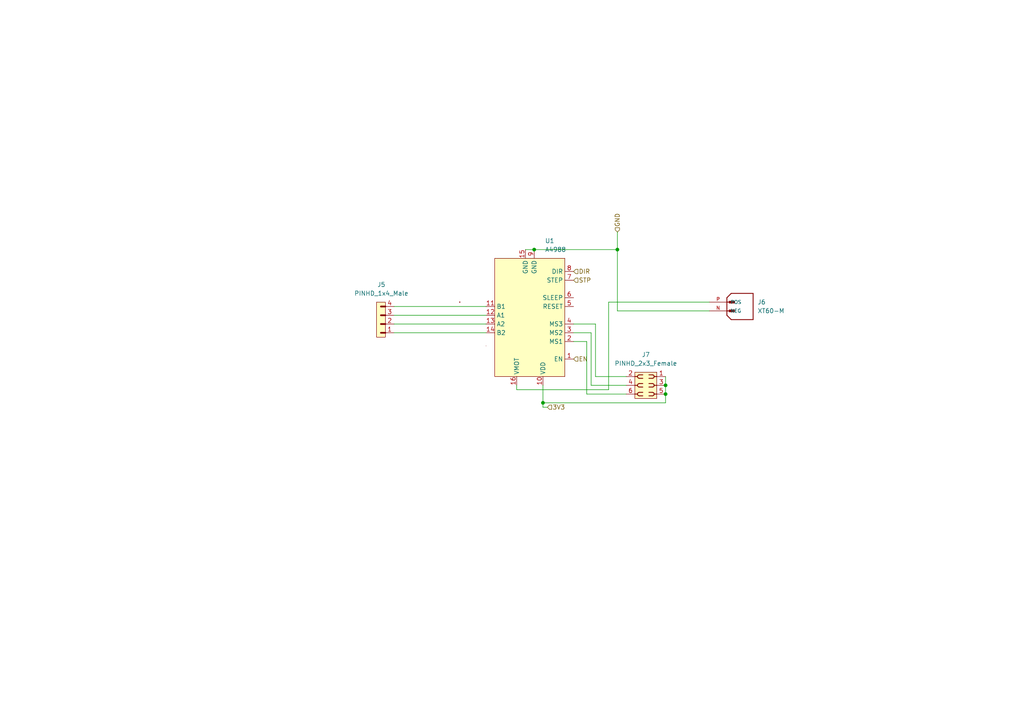
<source format=kicad_sch>
(kicad_sch (version 20250114) (generator "eeschema") (generator_version "9.0")
  (paper "A4")
  (lib_symbols
    (symbol "PCM_SL_Breakout_Boards:A4988"
      (property "Reference" "U" (at -11.43 22.86 0))
      (property "Value" "A4988" (at -11.43 20.32 0))
      (symbol "A4988_0_1"
        (rectangle (start -10.16 16.51) (end 10.16 -17.78) (fill (type background)))
        (rectangle (start 12.7 7.62) (end 12.7 7.62))
        (rectangle (start 20.32 -5.08) (end 20.32 -5.08))
        (circle (center 20.32 -5.08) (radius 0.0001))
        (circle (center 20.32 -5.08) (radius 0.0001))
      )
      (symbol "A4988_1_1"
        (pin bidirectional line (at -12.7 11.43 0) (length 2.54) (name "EN") (number "1"))
        (pin bidirectional line (at -12.7 6.35 0) (length 2.54) (name "MS1") (number "2"))
        (pin bidirectional line (at -12.7 3.81 0) (length 2.54) (name "MS2") (number "3"))
        (pin bidirectional line (at -12.7 1.27 0) (length 2.54) (name "MS3") (number "4"))
        (pin bidirectional line (at -12.7 -3.81 0) (length 2.54) (name "RESET") (number "5"))
        (pin bidirectional line (at -12.7 -6.35 0) (length 2.54) (name "SLEEP") (number "6"))
        (pin bidirectional line (at -12.7 -11.43 0) (length 2.54) (name "STEP") (number "7"))
        (pin bidirectional line (at -12.7 -13.97 0) (length 2.54) (name "DIR") (number "8"))
        (pin power_in line (at -3.81 19.05 270) (length 2.54) (name "VDD") (number "10"))
        (pin power_in line (at -1.27 -20.32 90) (length 2.54) (name "GND") (number "9"))
        (pin power_in line (at 1.27 -20.32 90) (length 2.54) (name "GND") (number "15"))
        (pin power_in line (at 3.81 19.05 270) (length 2.54) (name "VMOT") (number "16"))
        (pin bidirectional line (at 12.7 3.81 180) (length 2.54) (name "B2") (number "14"))
        (pin bidirectional line (at 12.7 1.27 180) (length 2.54) (name "A2") (number "13"))
        (pin bidirectional line (at 12.7 -1.27 180) (length 2.54) (name "A1") (number "12"))
        (pin bidirectional line (at 12.7 -3.81 180) (length 2.54) (name "B1") (number "11"))
      )
    )
    (symbol "PCM_SL_Pin_Headers:PINHD_1x4_Male"
      (property "Reference" "J" (at 0 8.89 0))
      (property "Value" "PINHD_1x4_Male" (at 0 6.35 0))
      (symbol "PINHD_1x4_Male_0_1"
        (rectangle (start -1.27 5.08) (end 1.27 -5.08) (fill (type background)))
        (polyline (pts (xy -1.27 3.81) (xy 0 3.81)) (stroke (width 0.3)))
        (polyline (pts (xy -1.27 3.81) (xy 0 3.81)) (stroke (width 0.5)))
        (polyline (pts (xy -1.27 1.27) (xy 0 1.27)) (stroke (width 0.3)))
        (polyline (pts (xy -1.27 1.27) (xy 0 1.27)) (stroke (width 0.5)))
        (polyline (pts (xy -1.27 -1.27) (xy 0 -1.27)) (stroke (width 0.3)))
        (polyline (pts (xy -1.27 -1.27) (xy 0 -1.27)) (stroke (width 0.5)))
        (polyline (pts (xy -1.27 -3.81) (xy 0 -3.81)) (stroke (width 0.3)))
        (polyline (pts (xy -1.27 -3.81) (xy 0 -3.81)) (stroke (width 0.5)))
      )
      (symbol "PINHD_1x4_Male_1_1"
        (pin passive line (at -3.81 3.81 0) (length 2.54) (name "") (number "1"))
        (pin passive line (at -3.81 1.27 0) (length 2.54) (name "") (number "2"))
        (pin passive line (at -3.81 -1.27 0) (length 2.54) (name "") (number "3"))
        (pin passive line (at -3.81 -3.81 0) (length 2.54) (name "") (number "4"))
      )
    )
    (symbol "PCM_SL_Pin_Headers:PINHD_2x3_Female"
      (property "Reference" "J" (at 0 8.89 0))
      (property "Value" "PINHD_2x3_Female" (at 0 6.35 0))
      (symbol "PINHD_2x3_Female_0_1"
        (rectangle (start -3.81 3.81) (end 2.54 -3.81) (fill (type background)))
        (polyline (pts (xy -3.81 2.54) (xy -3.048 2.54)) (stroke (width 0.25)))
        (polyline (pts (xy -3.81 0) (xy -3.048 0)) (stroke (width 0.25)))
        (polyline (pts (xy -3.81 -2.54) (xy -3.048 -2.54)) (stroke (width 0.25)))
        (polyline (pts (xy -2.54 3.048) (xy -1.524 3.048)) (stroke (width 0.25)))
        (arc (start -3.048 2.54) (mid -2.8992 2.8992) (end -2.54 3.048) (stroke (width 0.25)))
        (arc (start -2.54 2.032) (mid -2.8992 2.1808) (end -3.048 2.54) (stroke (width 0.25)))
        (polyline (pts (xy -2.54 2.032) (xy -1.524 2.032)) (stroke (width 0.25)))
        (polyline (pts (xy -2.54 0.508) (xy -1.524 0.508)) (stroke (width 0.25)))
        (arc (start -3.048 0) (mid -2.8992 0.3592) (end -2.54 0.508) (stroke (width 0.25)))
        (arc (start -2.54 -0.508) (mid -2.8992 -0.3592) (end -3.048 0) (stroke (width 0.25)))
        (polyline (pts (xy -2.54 -0.508) (xy -1.524 -0.508)) (stroke (width 0.25)))
        (polyline (pts (xy -2.54 -2.032) (xy -1.524 -2.032)) (stroke (width 0.25)))
        (arc (start -3.048 -2.54) (mid -2.8992 -2.1808) (end -2.54 -2.032) (stroke (width 0.25)))
        (arc (start -2.54 -3.048) (mid -2.8992 -2.8992) (end -3.048 -2.54) (stroke (width 0.25)))
        (polyline (pts (xy -2.54 -3.048) (xy -1.524 -3.048)) (stroke (width 0.25)))
        (polyline (pts (xy 1.27 3.048) (xy 0.254 3.048)) (stroke (width 0.25)))
        (arc (start 1.27 3.048) (mid 1.6292 2.8992) (end 1.778 2.54) (stroke (width 0.25)))
        (arc (start 1.778 2.54) (mid 1.6292 2.1808) (end 1.27 2.032) (stroke (width 0.25)))
        (polyline (pts (xy 1.27 2.032) (xy 0.254 2.032)) (stroke (width 0.25)))
        (polyline (pts (xy 1.27 0.508) (xy 0.254 0.508)) (stroke (width 0.25)))
        (arc (start 1.27 0.508) (mid 1.6292 0.3592) (end 1.778 0) (stroke (width 0.25)))
        (arc (start 1.778 0) (mid 1.6292 -0.3592) (end 1.27 -0.508) (stroke (width 0.25)))
        (polyline (pts (xy 1.27 -0.508) (xy 0.254 -0.508)) (stroke (width 0.25)))
        (polyline (pts (xy 1.27 -2.032) (xy 0.254 -2.032)) (stroke (width 0.25)))
        (arc (start 1.27 -2.032) (mid 1.6292 -2.1808) (end 1.778 -2.54) (stroke (width 0.25)))
        (arc (start 1.778 -2.54) (mid 1.6292 -2.8992) (end 1.27 -3.048) (stroke (width 0.25)))
        (polyline (pts (xy 1.27 -3.048) (xy 0.254 -3.048)) (stroke (width 0.25)))
        (polyline (pts (xy 2.54 2.54) (xy 1.778 2.54)) (stroke (width 0.25)))
        (polyline (pts (xy 2.54 0) (xy 1.778 0)) (stroke (width 0.25)))
        (polyline (pts (xy 2.54 -2.54) (xy 1.778 -2.54)) (stroke (width 0.25)))
      )
      (symbol "PINHD_2x3_Female_1_1"
        (pin passive line (at -6.35 2.54 0) (length 2.54) (name "") (number "2"))
        (pin passive line (at -6.35 0 0) (length 2.54) (name "") (number "4"))
        (pin passive line (at -6.35 -2.54 0) (length 2.54) (name "") (number "6"))
        (pin passive line (at 5.08 2.54 180) (length 2.5) (name "") (number "1"))
        (pin passive line (at 5.08 0 180) (length 2.5) (name "") (number "3"))
        (pin passive line (at 5.08 -2.54 180) (length 2.54) (name "") (number "5"))
      )
    )
    (symbol "XT60-M:XT60-M" (pin_names (offset 1.016))
      (property "Reference" "J" (at 0 6.35 0))
      (property "Value" "XT60-M" (at 0 -5.08 0))
      (symbol "XT60-M_0_0"
        (polyline (pts (xy 0 3.81) (xy 0 2.54)) (stroke (width 0.254)))
        (polyline (pts (xy 0 3.81) (xy 1.27 5.08)) (stroke (width 0.254)))
        (polyline (pts (xy 0 2.54) (xy 0 -1.27)) (stroke (width 0.254)))
        (polyline (pts (xy 0 2.54) (xy 1.905 2.54)) (stroke (width 0.254)))
        (polyline (pts (xy 0 0) (xy 1.905 0)) (stroke (width 0.254)))
        (polyline (pts (xy 0 -1.27) (xy 1.27 -2.54)) (stroke (width 0.254)))
        (rectangle (start 0.635 2.2225) (end 2.2225 2.8575) (stroke (width 0.1)) (fill (type outline)))
        (rectangle (start 0.635 -0.3175) (end 2.2225 0.3175) (stroke (width 0.1)) (fill (type outline)))
        (polyline (pts (xy 1.27 -2.54) (xy 7.62 -2.54)) (stroke (width 0.254)))
        (polyline (pts (xy 7.62 5.08) (xy 1.27 5.08)) (stroke (width 0.254)))
        (polyline (pts (xy 7.62 -2.54) (xy 7.62 5.08)) (stroke (width 0.254)))
        (pin passive line (at -5.08 2.54 0) (length 5.08) (name "POS") (number "P"))
        (pin passive line (at -5.08 0 0) (length 5.08) (name "NEG") (number "N"))
      )
    )
  )
  (junction (at 157.48 116.84))
  (junction (at 193.04 114.3))
  (junction (at 179.07 72.39))
  (junction (at 193.04 111.76))
  (junction (at 154.94 72.39))
  (wire (pts (xy 157.48 116.84) (xy 157.48 118.11)))
  (wire (pts (xy 114.3 91.44) (xy 140.97 91.44)))
  (wire (pts (xy 170.18 99.06) (xy 166.37 99.06)))
  (wire (pts (xy 179.07 72.39) (xy 154.94 72.39)))
  (wire (pts (xy 193.04 116.84) (xy 193.04 114.3)))
  (wire (pts (xy 179.07 67.31) (xy 179.07 72.39)))
  (wire (pts (xy 172.72 109.22) (xy 172.72 93.98)))
  (wire (pts (xy 193.04 114.3) (xy 193.04 111.76)))
  (wire (pts (xy 179.07 72.39) (xy 179.07 90.17)))
  (wire (pts (xy 172.72 93.98) (xy 166.37 93.98)))
  (wire (pts (xy 157.48 111.76) (xy 157.48 116.84)))
  (wire (pts (xy 179.07 90.17) (xy 205.74 90.17)))
  (wire (pts (xy 193.04 111.76) (xy 193.04 109.22)))
  (wire (pts (xy 181.61 109.22) (xy 172.72 109.22)))
  (wire (pts (xy 171.45 111.76) (xy 181.61 111.76)))
  (wire (pts (xy 170.18 114.3) (xy 170.18 99.06)))
  (wire (pts (xy 158.75 118.11) (xy 157.48 118.11)))
  (wire (pts (xy 171.45 96.52) (xy 171.45 111.76)))
  (wire (pts (xy 114.3 93.98) (xy 140.97 93.98)))
  (wire (pts (xy 114.3 96.52) (xy 140.97 96.52)))
  (wire (pts (xy 176.53 87.63) (xy 176.53 113.03)))
  (wire (pts (xy 166.37 96.52) (xy 171.45 96.52)))
  (wire (pts (xy 205.74 87.63) (xy 176.53 87.63)))
  (wire (pts (xy 114.3 88.9) (xy 140.97 88.9)))
  (wire (pts (xy 176.53 113.03) (xy 149.86 113.03)))
  (wire (pts (xy 149.86 113.03) (xy 149.86 111.76)))
  (wire (pts (xy 152.4 72.39) (xy 154.94 72.39)))
  (wire (pts (xy 181.61 114.3) (xy 170.18 114.3)))
  (wire (pts (xy 157.48 116.84) (xy 193.04 116.84)))
  (hierarchical_label "GND" (shape input) (at 179.07 67.31 90))
  (hierarchical_label "3V3" (shape input) (at 158.75 118.11 0))
  (hierarchical_label "DIR" (shape input) (at 166.37 78.74 0))
  (hierarchical_label "STP" (shape input) (at 166.37 81.28 0))
  (hierarchical_label "EN" (shape input) (at 166.37 104.14 0))
  (symbol (lib_id "PCM_SL_Pin_Headers:PINHD_2x3_Female") (at 187.96 111.76 0) (unit 1)
    (property "Reference" "J7" (at 187.325 102.87 0))
    (property "Value" "PINHD_2x3_Female" (at 187.325 105.41 0))
    (property "Footprint" "Connector_PinSocket_2.54mm:PinSocket_2x03_P2.54mm_Vertical" (effects (hide yes)))
    (property "Description" "Pin Header female with pin space 2.54mm. Pin Count -6" (effects (hide yes)))
  )
  (symbol (lib_id "PCM_SL_Pin_Headers:PINHD_1x4_Male") (at 110.49 92.71 180) (unit 1)
    (property "Reference" "J5" (at 110.615 82.55 0))
    (property "Value" "PINHD_1x4_Male" (at 110.615 85.09 0))
    (property "Footprint" "Connector_PinHeader_2.54mm:PinHeader_1x04_P2.54mm_Vertical" (effects (hide yes)))
    (property "Description" "Pin Header male with pin space 2.54mm. Pin Count -4" (effects (hide yes)))
  )
  (symbol (lib_id "PCM_SL_Breakout_Boards:A4988") (at 153.67 92.71 180) (unit 1)
    (property "Reference" "U1" (at 158.0581 69.85 0) (effects (justify right)))
    (property "Value" "A4988" (at 158.0581 72.39 0) (effects (justify right)))
    (property "Footprint" "PCM_SL_Breakout_Boards:A4988_Breakout" (effects (hide yes)))
    (property "Description" "A4988 Stepper Motor Driver Breakout Board" (effects (hide yes)))
  )
  (symbol (lib_id "XT60-M:XT60-M") (at 210.82 90.17 0) (unit 1)
    (property "Reference" "J6" (at 219.71 87.6299 0) (effects (justify left)))
    (property "Value" "XT60-M" (at 219.71 90.1699 0) (effects (justify left)))
    (property "Footprint" "XT60-M:AMASS_XT60-M" (effects (hide yes)))
    (property "MF" "AMASS" (effects (hide yes)))
    (property "MAXIMUM_PACKAGE_HEIGHT" "16.00 mm" (effects (hide yes)))
    (property "Package" "Package" (effects (hide yes)))
    (property "Price" "None" (effects (hide yes)))
    (property "Check_prices" "https://www.snapeda.com/parts/XT60-M/AMASS/view-part/?ref=eda" (effects (hide yes)))
    (property "STANDARD" "IPC 7351B" (effects (hide yes)))
    (property "PARTREV" "V1.2" (effects (hide yes)))
    (property "SnapEDA_Link" "https://www.snapeda.com/parts/XT60-M/AMASS/view-part/?ref=snap" (effects (hide yes)))
    (property "MP" "XT60-M" (effects (hide yes)))
    (property "Description_1" "Plug; DC supply; XT60; male; PIN: 2; for cable; soldered; 30A; 500V" (effects (hide yes)))
    (property "Availability" "In Stock" (effects (hide yes)))
    (property "MANUFACTURER" "AMASS" (effects (hide yes)))
  )
)
</source>
